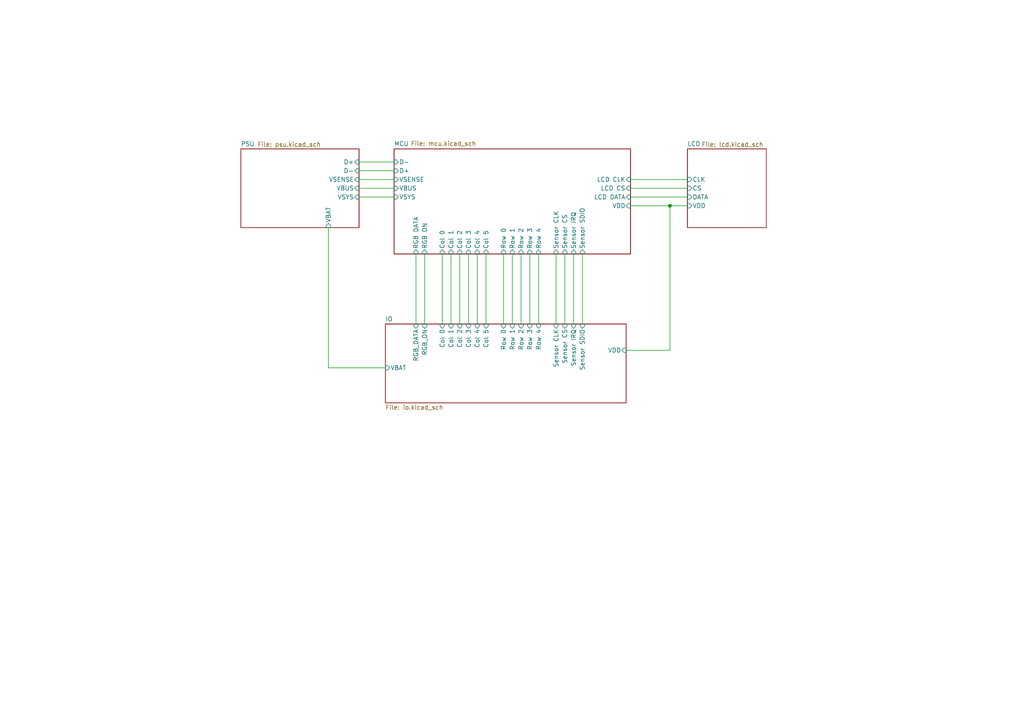
<source format=kicad_sch>
(kicad_sch
	(version 20250114)
	(generator "eeschema")
	(generator_version "9.0")
	(uuid "77a804d1-fc7a-4701-af12-50025219f025")
	(paper "A4")
	(lib_symbols)
	(junction
		(at 194.31 59.69)
		(diameter 0)
		(color 0 0 0 0)
		(uuid "56b003bb-8b3d-43a2-bec5-47bf5238c8d6")
	)
	(wire
		(pts
			(xy 182.88 54.61) (xy 199.39 54.61)
		)
		(stroke
			(width 0)
			(type default)
		)
		(uuid "128e9a01-704c-4a4f-ac05-b854d7ada39a")
	)
	(wire
		(pts
			(xy 123.19 73.66) (xy 123.19 93.98)
		)
		(stroke
			(width 0)
			(type default)
		)
		(uuid "14970f22-f1e9-48ad-98fe-f06c74c30417")
	)
	(wire
		(pts
			(xy 182.88 57.15) (xy 199.39 57.15)
		)
		(stroke
			(width 0)
			(type default)
		)
		(uuid "1734946c-cb1b-45bd-a4fa-8df778ed7fde")
	)
	(wire
		(pts
			(xy 153.67 73.66) (xy 153.67 93.98)
		)
		(stroke
			(width 0)
			(type default)
		)
		(uuid "1911db2d-5806-44c5-a52b-3457d85d9c09")
	)
	(wire
		(pts
			(xy 148.59 73.66) (xy 148.59 93.98)
		)
		(stroke
			(width 0)
			(type default)
		)
		(uuid "24258a81-dbbc-46dd-96c5-81abe467a768")
	)
	(wire
		(pts
			(xy 194.31 59.69) (xy 199.39 59.69)
		)
		(stroke
			(width 0)
			(type default)
		)
		(uuid "25efdae4-7672-4a05-9543-51a96968526a")
	)
	(wire
		(pts
			(xy 163.83 73.66) (xy 163.83 93.98)
		)
		(stroke
			(width 0)
			(type default)
		)
		(uuid "321d8a83-d61d-4129-bbc3-f1f0dce69246")
	)
	(wire
		(pts
			(xy 181.61 101.6) (xy 194.31 101.6)
		)
		(stroke
			(width 0)
			(type default)
		)
		(uuid "38672013-27ea-45c7-90b2-9862073c81cb")
	)
	(wire
		(pts
			(xy 161.29 73.66) (xy 161.29 93.98)
		)
		(stroke
			(width 0)
			(type default)
		)
		(uuid "3a43d2d7-50b8-4b5c-bd13-e68b7d84f063")
	)
	(wire
		(pts
			(xy 104.14 52.07) (xy 114.3 52.07)
		)
		(stroke
			(width 0)
			(type default)
		)
		(uuid "4795b5a2-80b5-472a-87f1-8b2eea170ed8")
	)
	(wire
		(pts
			(xy 104.14 54.61) (xy 114.3 54.61)
		)
		(stroke
			(width 0)
			(type default)
		)
		(uuid "4a32af1b-6b50-4ccd-9952-3cc98807de43")
	)
	(wire
		(pts
			(xy 95.25 66.04) (xy 95.25 106.68)
		)
		(stroke
			(width 0)
			(type default)
		)
		(uuid "612a4a6e-7293-4c54-a461-0aa379e79bf0")
	)
	(wire
		(pts
			(xy 104.14 57.15) (xy 114.3 57.15)
		)
		(stroke
			(width 0)
			(type default)
		)
		(uuid "78ac183b-8013-40f7-b54c-2247e246edc5")
	)
	(wire
		(pts
			(xy 128.27 73.66) (xy 128.27 93.98)
		)
		(stroke
			(width 0)
			(type default)
		)
		(uuid "7adc27fd-099c-440c-a320-75c99e4f81c0")
	)
	(wire
		(pts
			(xy 168.91 73.66) (xy 168.91 93.98)
		)
		(stroke
			(width 0)
			(type default)
		)
		(uuid "8bf40d64-a4c3-4e45-98aa-b50643fda8f6")
	)
	(wire
		(pts
			(xy 194.31 101.6) (xy 194.31 59.69)
		)
		(stroke
			(width 0)
			(type default)
		)
		(uuid "8bfd7812-9528-4bcb-a622-fcd3b5dac452")
	)
	(wire
		(pts
			(xy 151.13 73.66) (xy 151.13 93.98)
		)
		(stroke
			(width 0)
			(type default)
		)
		(uuid "8c1e23a9-89a5-41f2-a480-9de876b5103b")
	)
	(wire
		(pts
			(xy 104.14 46.99) (xy 114.3 46.99)
		)
		(stroke
			(width 0)
			(type default)
		)
		(uuid "9524b465-cef8-417d-83ae-7c71d863139a")
	)
	(wire
		(pts
			(xy 156.21 73.66) (xy 156.21 93.98)
		)
		(stroke
			(width 0)
			(type default)
		)
		(uuid "99dc2614-a2e1-4c74-87f4-f0bce6baaeef")
	)
	(wire
		(pts
			(xy 104.14 49.53) (xy 114.3 49.53)
		)
		(stroke
			(width 0)
			(type default)
		)
		(uuid "9a1327c3-14e9-4ed0-bfcb-32fe3844a2b2")
	)
	(wire
		(pts
			(xy 182.88 59.69) (xy 194.31 59.69)
		)
		(stroke
			(width 0)
			(type default)
		)
		(uuid "ab435618-ae02-4ce7-8622-d32bc1b7650c")
	)
	(wire
		(pts
			(xy 138.43 73.66) (xy 138.43 93.98)
		)
		(stroke
			(width 0)
			(type default)
		)
		(uuid "ad446da1-198f-4f4e-bc06-ad366ba1791d")
	)
	(wire
		(pts
			(xy 166.37 73.66) (xy 166.37 93.98)
		)
		(stroke
			(width 0)
			(type default)
		)
		(uuid "b0532b6f-b166-4c54-81a5-acba1d34dcc7")
	)
	(wire
		(pts
			(xy 140.97 73.66) (xy 140.97 93.98)
		)
		(stroke
			(width 0)
			(type default)
		)
		(uuid "b17b5d5e-ac1d-46c4-a0b0-03bce82c72de")
	)
	(wire
		(pts
			(xy 182.88 52.07) (xy 199.39 52.07)
		)
		(stroke
			(width 0)
			(type default)
		)
		(uuid "c788443b-c39d-417c-a4f5-4decae093ffa")
	)
	(wire
		(pts
			(xy 95.25 106.68) (xy 111.76 106.68)
		)
		(stroke
			(width 0)
			(type default)
		)
		(uuid "d80cb6f2-cc60-4178-89a4-93e34c733c94")
	)
	(wire
		(pts
			(xy 130.81 73.66) (xy 130.81 93.98)
		)
		(stroke
			(width 0)
			(type default)
		)
		(uuid "ecd0a5b2-3787-485d-aecd-e541ba9df54b")
	)
	(wire
		(pts
			(xy 146.05 73.66) (xy 146.05 93.98)
		)
		(stroke
			(width 0)
			(type default)
		)
		(uuid "ecfcbf30-d86f-40df-9191-bda866393792")
	)
	(wire
		(pts
			(xy 120.65 73.66) (xy 120.65 93.98)
		)
		(stroke
			(width 0)
			(type default)
		)
		(uuid "ed2cc6be-55f4-474e-9576-5259ba8e2da5")
	)
	(wire
		(pts
			(xy 135.89 73.66) (xy 135.89 93.98)
		)
		(stroke
			(width 0)
			(type default)
		)
		(uuid "ed84de06-1282-4f42-baff-6e2c6ad92b9f")
	)
	(wire
		(pts
			(xy 133.35 73.66) (xy 133.35 93.98)
		)
		(stroke
			(width 0)
			(type default)
		)
		(uuid "f30b9fac-e76a-48d5-bf60-50537abfa80a")
	)
	(sheet
		(at 69.85 43.18)
		(size 34.29 22.86)
		(exclude_from_sim no)
		(in_bom yes)
		(on_board yes)
		(dnp no)
		(stroke
			(width 0.1524)
			(type solid)
		)
		(fill
			(color 0 0 0 0.0000)
		)
		(uuid "4bfeadaf-0d2e-45fd-a340-a53ab79162c6")
		(property "Sheetname" "PSU"
			(at 69.85 42.4684 0)
			(effects
				(font
					(size 1.27 1.27)
				)
				(justify left bottom)
			)
		)
		(property "Sheetfile" "psu.kicad_sch"
			(at 74.676 41.148 0)
			(effects
				(font
					(size 1.27 1.27)
				)
				(justify left top)
			)
		)
		(pin "D+" input
			(at 104.14 46.99 0)
			(uuid "5a627cd3-a467-43de-aabf-a989fc7eb91c")
			(effects
				(font
					(size 1.27 1.27)
				)
				(justify right)
			)
		)
		(pin "D-" input
			(at 104.14 49.53 0)
			(uuid "f6372580-a703-41f4-bbfe-58d3fdd61530")
			(effects
				(font
					(size 1.27 1.27)
				)
				(justify right)
			)
		)
		(pin "VBUS" input
			(at 104.14 54.61 0)
			(uuid "43dae853-d581-4f98-9323-00f877c7cb1b")
			(effects
				(font
					(size 1.27 1.27)
				)
				(justify right)
			)
		)
		(pin "VSYS" input
			(at 104.14 57.15 0)
			(uuid "4c85eea1-df98-43fd-b5d1-4cb327e653ac")
			(effects
				(font
					(size 1.27 1.27)
				)
				(justify right)
			)
		)
		(pin "VSENSE" input
			(at 104.14 52.07 0)
			(uuid "6bf78188-cb4a-41b4-8169-253965b7601e")
			(effects
				(font
					(size 1.27 1.27)
				)
				(justify right)
			)
		)
		(pin "VBAT" input
			(at 95.25 66.04 270)
			(uuid "06089227-1dcc-41a1-b18f-63e360c9ebb0")
			(effects
				(font
					(size 1.27 1.27)
				)
				(justify left)
			)
		)
		(instances
			(project "little-wing"
				(path "/3a835e6f-a660-4b38-a102-87841cdd95ed/eaaf4618-ba3d-41b4-8a99-4f719e243661"
					(page "3")
				)
			)
		)
	)
	(sheet
		(at 111.76 93.98)
		(size 69.85 22.86)
		(exclude_from_sim no)
		(in_bom yes)
		(on_board yes)
		(dnp no)
		(fields_autoplaced yes)
		(stroke
			(width 0.1524)
			(type solid)
		)
		(fill
			(color 0 0 0 0.0000)
		)
		(uuid "8531253e-8b2b-4a53-961d-c170abb3979e")
		(property "Sheetname" "IO"
			(at 111.76 93.2684 0)
			(effects
				(font
					(size 1.27 1.27)
				)
				(justify left bottom)
			)
		)
		(property "Sheetfile" "io.kicad_sch"
			(at 111.76 117.4246 0)
			(effects
				(font
					(size 1.27 1.27)
				)
				(justify left top)
			)
		)
		(pin "Col 0" input
			(at 128.27 93.98 90)
			(uuid "7e123149-4a4d-4a2d-b195-a4e599bc0b73")
			(effects
				(font
					(size 1.27 1.27)
				)
				(justify right)
			)
		)
		(pin "Col 1" input
			(at 130.81 93.98 90)
			(uuid "b2c1a8cd-0600-43a8-bc71-80f5ed3c5982")
			(effects
				(font
					(size 1.27 1.27)
				)
				(justify right)
			)
		)
		(pin "Col 2" input
			(at 133.35 93.98 90)
			(uuid "f07cae28-d84a-4080-9df4-3cff235a8601")
			(effects
				(font
					(size 1.27 1.27)
				)
				(justify right)
			)
		)
		(pin "Col 3" input
			(at 135.89 93.98 90)
			(uuid "8e3f2cba-5fd3-494c-a04d-0fc0a6bd8d3b")
			(effects
				(font
					(size 1.27 1.27)
				)
				(justify right)
			)
		)
		(pin "Col 4" input
			(at 138.43 93.98 90)
			(uuid "de4a9ffb-8d35-4b50-8429-0cbb12196418")
			(effects
				(font
					(size 1.27 1.27)
				)
				(justify right)
			)
		)
		(pin "Col 5" input
			(at 140.97 93.98 90)
			(uuid "85402fd2-2cd4-4ac9-b16e-13677e696142")
			(effects
				(font
					(size 1.27 1.27)
				)
				(justify right)
			)
		)
		(pin "RGB_DATA" input
			(at 120.65 93.98 90)
			(uuid "c642226f-ef5b-4acb-952e-78beeadb9f13")
			(effects
				(font
					(size 1.27 1.27)
				)
				(justify right)
			)
		)
		(pin "RGB_ON" input
			(at 123.19 93.98 90)
			(uuid "b0cdf5fa-9b58-4fb6-91c0-05ce4b7dd855")
			(effects
				(font
					(size 1.27 1.27)
				)
				(justify right)
			)
		)
		(pin "Row 0" input
			(at 146.05 93.98 90)
			(uuid "d1681880-2ea1-4ee1-ae47-6f7b20cc183b")
			(effects
				(font
					(size 1.27 1.27)
				)
				(justify right)
			)
		)
		(pin "Row 1" input
			(at 148.59 93.98 90)
			(uuid "3a4d9c16-3dfc-415c-8511-53d274aeb355")
			(effects
				(font
					(size 1.27 1.27)
				)
				(justify right)
			)
		)
		(pin "Row 2" input
			(at 151.13 93.98 90)
			(uuid "b762f70d-b450-4e1f-b4c5-fa2584ac482f")
			(effects
				(font
					(size 1.27 1.27)
				)
				(justify right)
			)
		)
		(pin "Row 3" input
			(at 153.67 93.98 90)
			(uuid "03cd7999-9041-4f86-8ae0-68e25b3df4a3")
			(effects
				(font
					(size 1.27 1.27)
				)
				(justify right)
			)
		)
		(pin "Row 4" input
			(at 156.21 93.98 90)
			(uuid "438b23d2-cf19-439f-a09e-4eac2c870072")
			(effects
				(font
					(size 1.27 1.27)
				)
				(justify right)
			)
		)
		(pin "Sensor CLK" input
			(at 161.29 93.98 90)
			(uuid "a45a2275-ccd8-42c4-8d19-687836bbd4ea")
			(effects
				(font
					(size 1.27 1.27)
				)
				(justify right)
			)
		)
		(pin "Sensor CS" input
			(at 163.83 93.98 90)
			(uuid "f6c0a78b-de8f-4623-9830-9183eae8b84e")
			(effects
				(font
					(size 1.27 1.27)
				)
				(justify right)
			)
		)
		(pin "Sensor IRQ" input
			(at 166.37 93.98 90)
			(uuid "4a529945-1552-42c8-aa22-74d4ee2e764d")
			(effects
				(font
					(size 1.27 1.27)
				)
				(justify right)
			)
		)
		(pin "Sensor SDIO" input
			(at 168.91 93.98 90)
			(uuid "41544397-8d16-4db3-93db-2c9472934c9f")
			(effects
				(font
					(size 1.27 1.27)
				)
				(justify right)
			)
		)
		(pin "VBAT" input
			(at 111.76 106.68 180)
			(uuid "a5566966-dd17-431b-b418-36fe27ada9f6")
			(effects
				(font
					(size 1.27 1.27)
				)
				(justify left)
			)
		)
		(pin "VDD" input
			(at 181.61 101.6 0)
			(uuid "64f9caea-21e6-4daa-a7a5-4384d945e6ac")
			(effects
				(font
					(size 1.27 1.27)
				)
				(justify right)
			)
		)
		(instances
			(project "little-wing"
				(path "/3a835e6f-a660-4b38-a102-87841cdd95ed/eaaf4618-ba3d-41b4-8a99-4f719e243661"
					(page "7")
				)
			)
		)
	)
	(sheet
		(at 199.39 43.18)
		(size 22.86 22.86)
		(exclude_from_sim no)
		(in_bom yes)
		(on_board yes)
		(dnp no)
		(stroke
			(width 0.1524)
			(type solid)
		)
		(fill
			(color 0 0 0 0.0000)
		)
		(uuid "e623e0c1-8deb-4e9d-9854-a483f7b4d3ec")
		(property "Sheetname" "LCD"
			(at 199.39 42.4684 0)
			(effects
				(font
					(size 1.27 1.27)
				)
				(justify left bottom)
			)
		)
		(property "Sheetfile" "lcd.kicad_sch"
			(at 203.454 41.148 0)
			(effects
				(font
					(size 1.27 1.27)
				)
				(justify left top)
			)
		)
		(pin "CLK" input
			(at 199.39 52.07 180)
			(uuid "e67cbf38-54c6-45ea-a9f4-647126fff9a2")
			(effects
				(font
					(size 1.27 1.27)
				)
				(justify left)
			)
		)
		(pin "CS" input
			(at 199.39 54.61 180)
			(uuid "791e5c4e-ad4a-47cb-a9ed-e83caced6d9d")
			(effects
				(font
					(size 1.27 1.27)
				)
				(justify left)
			)
		)
		(pin "DATA" input
			(at 199.39 57.15 180)
			(uuid "7d0957d4-e447-4bba-ba3f-41a2d6638e24")
			(effects
				(font
					(size 1.27 1.27)
				)
				(justify left)
			)
		)
		(pin "VDD" input
			(at 199.39 59.69 180)
			(uuid "d1fc6115-4d25-4b4d-9b0c-8e6d1943fe29")
			(effects
				(font
					(size 1.27 1.27)
				)
				(justify left)
			)
		)
		(instances
			(project "little-wing"
				(path "/3a835e6f-a660-4b38-a102-87841cdd95ed/eaaf4618-ba3d-41b4-8a99-4f719e243661"
					(page "6")
				)
			)
		)
	)
	(sheet
		(at 114.3 43.18)
		(size 68.58 30.48)
		(exclude_from_sim no)
		(in_bom yes)
		(on_board yes)
		(dnp no)
		(stroke
			(width 0.1524)
			(type solid)
		)
		(fill
			(color 0 0 0 0.0000)
		)
		(uuid "ebcf195d-f1fd-431a-a78e-86a1a85cb647")
		(property "Sheetname" "MCU"
			(at 114.3 42.4684 0)
			(effects
				(font
					(size 1.27 1.27)
				)
				(justify left bottom)
			)
		)
		(property "Sheetfile" "mcu.kicad_sch"
			(at 119.126 40.894 0)
			(effects
				(font
					(size 1.27 1.27)
				)
				(justify left top)
			)
		)
		(pin "D+" input
			(at 114.3 49.53 180)
			(uuid "dead668f-21ed-4279-8277-c0b814f7b6b9")
			(effects
				(font
					(size 1.27 1.27)
				)
				(justify left)
			)
		)
		(pin "D-" input
			(at 114.3 46.99 180)
			(uuid "738613ea-c310-40d5-9fe3-70eb3a0bde7e")
			(effects
				(font
					(size 1.27 1.27)
				)
				(justify left)
			)
		)
		(pin "VBUS" input
			(at 114.3 54.61 180)
			(uuid "8700b403-7f8b-44c3-8ff9-3eceaa9ae071")
			(effects
				(font
					(size 1.27 1.27)
				)
				(justify left)
			)
		)
		(pin "VDD" input
			(at 182.88 59.69 0)
			(uuid "a4536cb9-8489-4b3d-9b38-c25a9a43fad8")
			(effects
				(font
					(size 1.27 1.27)
				)
				(justify right)
			)
		)
		(pin "VSYS" input
			(at 114.3 57.15 180)
			(uuid "d129fc8e-06ba-4bd0-a573-09ceeb87875e")
			(effects
				(font
					(size 1.27 1.27)
				)
				(justify left)
			)
		)
		(pin "Col 0" input
			(at 128.27 73.66 270)
			(uuid "02fee0c7-996f-48c1-b919-cc3b7eb1a1e5")
			(effects
				(font
					(size 1.27 1.27)
				)
				(justify left)
			)
		)
		(pin "Col 1" input
			(at 130.81 73.66 270)
			(uuid "6f548296-3f12-4a53-a9c0-3a4e7df86127")
			(effects
				(font
					(size 1.27 1.27)
				)
				(justify left)
			)
		)
		(pin "Col 2" input
			(at 133.35 73.66 270)
			(uuid "cf3057ef-1d50-4d90-a8cc-54baa3d1079d")
			(effects
				(font
					(size 1.27 1.27)
				)
				(justify left)
			)
		)
		(pin "Col 3" input
			(at 135.89 73.66 270)
			(uuid "07dcc35b-1fdf-4121-9019-42911f09c79d")
			(effects
				(font
					(size 1.27 1.27)
				)
				(justify left)
			)
		)
		(pin "Col 4" input
			(at 138.43 73.66 270)
			(uuid "1f86cb76-57c3-432d-97e6-d33d34f65bd9")
			(effects
				(font
					(size 1.27 1.27)
				)
				(justify left)
			)
		)
		(pin "Col 5" input
			(at 140.97 73.66 270)
			(uuid "277c43be-6355-42b9-8c2f-70dac8cf4a92")
			(effects
				(font
					(size 1.27 1.27)
				)
				(justify left)
			)
		)
		(pin "LCD CLK" input
			(at 182.88 52.07 0)
			(uuid "4e56b2e3-7427-49bb-aa90-3e96c5dfd5a0")
			(effects
				(font
					(size 1.27 1.27)
				)
				(justify right)
			)
		)
		(pin "LCD CS" input
			(at 182.88 54.61 0)
			(uuid "6e2e5d33-06ce-47eb-b69b-eeac4df527b6")
			(effects
				(font
					(size 1.27 1.27)
				)
				(justify right)
			)
		)
		(pin "LCD DATA" input
			(at 182.88 57.15 0)
			(uuid "3b761fee-c182-4fa4-b45d-7c1f289ca042")
			(effects
				(font
					(size 1.27 1.27)
				)
				(justify right)
			)
		)
		(pin "Row 0" input
			(at 146.05 73.66 270)
			(uuid "7c415bc5-b164-4c05-a0ed-a2388228daea")
			(effects
				(font
					(size 1.27 1.27)
				)
				(justify left)
			)
		)
		(pin "Row 1" input
			(at 148.59 73.66 270)
			(uuid "00e94155-8d1b-46e1-a593-082a7bdbf743")
			(effects
				(font
					(size 1.27 1.27)
				)
				(justify left)
			)
		)
		(pin "Row 2" input
			(at 151.13 73.66 270)
			(uuid "3b0fe614-8add-495d-ac08-d26151473ad7")
			(effects
				(font
					(size 1.27 1.27)
				)
				(justify left)
			)
		)
		(pin "Row 3" input
			(at 153.67 73.66 270)
			(uuid "0d8e73bd-c108-4b2a-ad6a-64f7694bc780")
			(effects
				(font
					(size 1.27 1.27)
				)
				(justify left)
			)
		)
		(pin "Row 4" input
			(at 156.21 73.66 270)
			(uuid "8089358b-c6da-4f54-8c89-280999643f17")
			(effects
				(font
					(size 1.27 1.27)
				)
				(justify left)
			)
		)
		(pin "Sensor CLK" input
			(at 161.29 73.66 270)
			(uuid "3c12e0eb-53fb-4833-a203-07132be88839")
			(effects
				(font
					(size 1.27 1.27)
				)
				(justify left)
			)
		)
		(pin "Sensor CS" input
			(at 163.83 73.66 270)
			(uuid "ffd5a9b9-7f86-4a65-be3e-79a0ea516e66")
			(effects
				(font
					(size 1.27 1.27)
				)
				(justify left)
			)
		)
		(pin "Sensor IRQ" input
			(at 166.37 73.66 270)
			(uuid "080d02c3-3624-4835-a5e0-5969bf5aeaec")
			(effects
				(font
					(size 1.27 1.27)
				)
				(justify left)
			)
		)
		(pin "Sensor SDIO" input
			(at 168.91 73.66 270)
			(uuid "6f4e2460-89ee-4d77-a1f6-d60b02e7e622")
			(effects
				(font
					(size 1.27 1.27)
				)
				(justify left)
			)
		)
		(pin "RGB DATA" input
			(at 120.65 73.66 270)
			(uuid "825f2281-73d9-49ef-b9ce-b693c68eaba1")
			(effects
				(font
					(size 1.27 1.27)
				)
				(justify left)
			)
		)
		(pin "RGB ON" input
			(at 123.19 73.66 270)
			(uuid "11053c73-390e-4f2c-aa6d-31a44354d571")
			(effects
				(font
					(size 1.27 1.27)
				)
				(justify left)
			)
		)
		(pin "VSENSE" input
			(at 114.3 52.07 180)
			(uuid "9e045395-bedf-4fd8-a446-f8216f05a9a6")
			(effects
				(font
					(size 1.27 1.27)
				)
				(justify left)
			)
		)
		(instances
			(project "little-wing"
				(path "/3a835e6f-a660-4b38-a102-87841cdd95ed/eaaf4618-ba3d-41b4-8a99-4f719e243661"
					(page "2")
				)
			)
		)
	)
)

</source>
